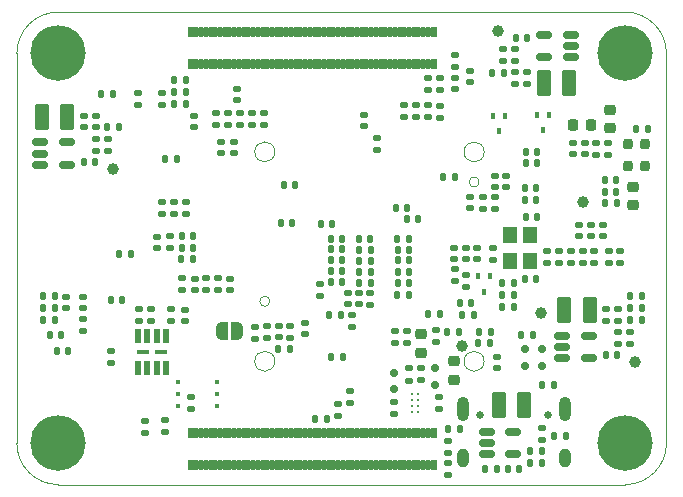
<source format=gbs>
G04 #@! TF.GenerationSoftware,KiCad,Pcbnew,9.0.2+dfsg-1*
G04 #@! TF.CreationDate,2025-08-15T17:40:47+02:00*
G04 #@! TF.ProjectId,ulx5m-gs,756c7835-6d2d-4677-932e-6b696361645f,rev?*
G04 #@! TF.SameCoordinates,Original*
G04 #@! TF.FileFunction,Soldermask,Bot*
G04 #@! TF.FilePolarity,Negative*
%FSLAX46Y46*%
G04 Gerber Fmt 4.6, Leading zero omitted, Abs format (unit mm)*
G04 Created by KiCad (PCBNEW 9.0.2+dfsg-1) date 2025-08-15 17:40:47*
%MOMM*%
%LPD*%
G01*
G04 APERTURE LIST*
G04 Aperture macros list*
%AMRoundRect*
0 Rectangle with rounded corners*
0 $1 Rounding radius*
0 $2 $3 $4 $5 $6 $7 $8 $9 X,Y pos of 4 corners*
0 Add a 4 corners polygon primitive as box body*
4,1,4,$2,$3,$4,$5,$6,$7,$8,$9,$2,$3,0*
0 Add four circle primitives for the rounded corners*
1,1,$1+$1,$2,$3*
1,1,$1+$1,$4,$5*
1,1,$1+$1,$6,$7*
1,1,$1+$1,$8,$9*
0 Add four rect primitives between the rounded corners*
20,1,$1+$1,$2,$3,$4,$5,0*
20,1,$1+$1,$4,$5,$6,$7,0*
20,1,$1+$1,$6,$7,$8,$9,0*
20,1,$1+$1,$8,$9,$2,$3,0*%
%AMFreePoly0*
4,1,23,0.500000,-0.750000,0.000000,-0.750000,0.000000,-0.745722,-0.065263,-0.745722,-0.191342,-0.711940,-0.304381,-0.646677,-0.396677,-0.554381,-0.461940,-0.441342,-0.495722,-0.315263,-0.495722,-0.250000,-0.500000,-0.250000,-0.500000,0.250000,-0.495722,0.250000,-0.495722,0.315263,-0.461940,0.441342,-0.396677,0.554381,-0.304381,0.646677,-0.191342,0.711940,-0.065263,0.745722,0.000000,0.745722,
0.000000,0.750000,0.500000,0.750000,0.500000,-0.750000,0.500000,-0.750000,$1*%
%AMFreePoly1*
4,1,23,0.000000,0.745722,0.065263,0.745722,0.191342,0.711940,0.304381,0.646677,0.396677,0.554381,0.461940,0.441342,0.495722,0.315263,0.495722,0.250000,0.500000,0.250000,0.500000,-0.250000,0.495722,-0.250000,0.495722,-0.315263,0.461940,-0.441342,0.396677,-0.554381,0.304381,-0.646677,0.191342,-0.711940,0.065263,-0.745722,0.000000,-0.745722,0.000000,-0.750000,-0.500000,-0.750000,
-0.500000,0.750000,0.000000,0.750000,0.000000,0.745722,0.000000,0.745722,$1*%
G04 Aperture macros list end*
%ADD10C,4.700000*%
%ADD11C,0.650000*%
%ADD12O,1.000000X1.600000*%
%ADD13O,1.000000X2.100000*%
%ADD14RoundRect,0.135000X0.135000X0.185000X-0.135000X0.185000X-0.135000X-0.185000X0.135000X-0.185000X0*%
%ADD15RoundRect,0.140000X-0.140000X-0.170000X0.140000X-0.170000X0.140000X0.170000X-0.140000X0.170000X0*%
%ADD16RoundRect,0.140000X0.140000X0.170000X-0.140000X0.170000X-0.140000X-0.170000X0.140000X-0.170000X0*%
%ADD17RoundRect,0.140000X-0.170000X0.140000X-0.170000X-0.140000X0.170000X-0.140000X0.170000X0.140000X0*%
%ADD18RoundRect,0.140000X0.170000X-0.140000X0.170000X0.140000X-0.170000X0.140000X-0.170000X-0.140000X0*%
%ADD19RoundRect,0.135000X0.185000X-0.135000X0.185000X0.135000X-0.185000X0.135000X-0.185000X-0.135000X0*%
%ADD20RoundRect,0.135000X-0.135000X-0.185000X0.135000X-0.185000X0.135000X0.185000X-0.135000X0.185000X0*%
%ADD21RoundRect,0.150000X0.200000X-0.150000X0.200000X0.150000X-0.200000X0.150000X-0.200000X-0.150000X0*%
%ADD22RoundRect,0.218750X-0.256250X0.218750X-0.256250X-0.218750X0.256250X-0.218750X0.256250X0.218750X0*%
%ADD23RoundRect,0.250000X-0.375000X-0.850000X0.375000X-0.850000X0.375000X0.850000X-0.375000X0.850000X0*%
%ADD24RoundRect,0.135000X-0.185000X0.135000X-0.185000X-0.135000X0.185000X-0.135000X0.185000X0.135000X0*%
%ADD25FreePoly0,0.000000*%
%ADD26FreePoly1,0.000000*%
%ADD27C,1.000000*%
%ADD28RoundRect,0.102000X0.115000X0.330000X-0.115000X0.330000X-0.115000X-0.330000X0.115000X-0.330000X0*%
%ADD29RoundRect,0.102000X0.175000X0.330000X-0.175000X0.330000X-0.175000X-0.330000X0.175000X-0.330000X0*%
%ADD30RoundRect,0.150000X-0.200000X0.150000X-0.200000X-0.150000X0.200000X-0.150000X0.200000X0.150000X0*%
%ADD31RoundRect,0.218750X0.256250X-0.218750X0.256250X0.218750X-0.256250X0.218750X-0.256250X-0.218750X0*%
%ADD32C,0.226000*%
%ADD33RoundRect,0.150000X-0.512500X-0.150000X0.512500X-0.150000X0.512500X0.150000X-0.512500X0.150000X0*%
%ADD34RoundRect,0.150000X0.512500X0.150000X-0.512500X0.150000X-0.512500X-0.150000X0.512500X-0.150000X0*%
%ADD35RoundRect,0.218750X-0.218750X-0.256250X0.218750X-0.256250X0.218750X0.256250X-0.218750X0.256250X0*%
%ADD36RoundRect,0.100000X0.100000X-0.155000X0.100000X0.155000X-0.100000X0.155000X-0.100000X-0.155000X0*%
%ADD37RoundRect,0.065500X0.196500X-0.556500X0.196500X0.556500X-0.196500X0.556500X-0.196500X-0.556500X0*%
%ADD38RoundRect,0.050500X0.451500X-0.151500X0.451500X0.151500X-0.451500X0.151500X-0.451500X-0.151500X0*%
%ADD39R,1.200000X1.400000*%
%ADD40RoundRect,0.250000X0.375000X0.850000X-0.375000X0.850000X-0.375000X-0.850000X0.375000X-0.850000X0*%
%ADD41RoundRect,0.200000X0.200000X0.250000X-0.200000X0.250000X-0.200000X-0.250000X0.200000X-0.250000X0*%
%ADD42C,0.450000*%
G04 #@! TA.AperFunction,Profile*
%ADD43C,0.100000*%
G04 #@! TD*
G04 APERTURE END LIST*
D10*
X62710000Y-93980000D03*
X110710000Y-60980000D03*
D11*
X98410000Y-91618750D03*
X104190000Y-91618750D03*
D12*
X96982000Y-95268750D03*
D13*
X96982000Y-91088750D03*
X105618000Y-91088750D03*
D12*
X105618000Y-95268750D03*
D10*
X110710000Y-93980000D03*
X62710000Y-60980000D03*
D14*
X100430000Y-62620000D03*
X99410000Y-62620000D03*
D15*
X84970000Y-75410000D03*
X85930000Y-75410000D03*
X88210000Y-77610000D03*
X89170000Y-77610000D03*
X91440000Y-77580000D03*
X92400000Y-77580000D03*
D16*
X96610000Y-84550000D03*
X95650000Y-84550000D03*
D17*
X96240000Y-77430000D03*
X96240000Y-78390000D03*
D18*
X110090000Y-83600000D03*
X110090000Y-82640000D03*
D19*
X110310000Y-78700000D03*
X110310000Y-77680000D03*
D20*
X111080000Y-83570000D03*
X112100000Y-83570000D03*
D18*
X73460000Y-83620000D03*
X73460000Y-82660000D03*
X99660000Y-74110000D03*
X99660000Y-73150000D03*
D21*
X94620000Y-87640000D03*
X94620000Y-89040000D03*
D17*
X94670000Y-84410000D03*
X94670000Y-85370000D03*
D20*
X85800000Y-86680000D03*
X86820000Y-86680000D03*
D22*
X109440000Y-65730000D03*
X109440000Y-67305000D03*
D15*
X88210000Y-79460000D03*
X89170000Y-79460000D03*
D17*
X89670000Y-68160000D03*
X89670000Y-69120000D03*
D19*
X95700000Y-96695000D03*
X95700000Y-95675000D03*
D15*
X67140000Y-81840000D03*
X68100000Y-81840000D03*
D19*
X73990000Y-91120000D03*
X73990000Y-90100000D03*
D18*
X95000000Y-64060000D03*
X95000000Y-63100000D03*
X77230000Y-81000000D03*
X77230000Y-80040000D03*
D16*
X92270000Y-74040000D03*
X91310000Y-74040000D03*
X103160000Y-80060000D03*
X102200000Y-80060000D03*
D17*
X107285000Y-68570000D03*
X107285000Y-69530000D03*
D19*
X103700000Y-93720000D03*
X103700000Y-92700000D03*
D20*
X100270000Y-80410000D03*
X101290000Y-80410000D03*
D16*
X109970000Y-71720000D03*
X109010000Y-71720000D03*
D23*
X105545000Y-82690000D03*
X107695000Y-82690000D03*
D15*
X102680000Y-94680000D03*
X103640000Y-94680000D03*
D24*
X79410000Y-84110000D03*
X79410000Y-85130000D03*
D20*
X100300000Y-82440000D03*
X101320000Y-82440000D03*
D25*
X76580000Y-84510000D03*
D26*
X77880000Y-84510000D03*
D16*
X97650000Y-82150000D03*
X96690000Y-82150000D03*
D17*
X106295000Y-68570000D03*
X106295000Y-69530000D03*
D18*
X77610000Y-69410000D03*
X77610000Y-68450000D03*
D17*
X80400000Y-84070000D03*
X80400000Y-85030000D03*
D15*
X91440000Y-80440000D03*
X92400000Y-80440000D03*
D19*
X80140000Y-67010000D03*
X80140000Y-65990000D03*
D18*
X97540000Y-74060000D03*
X97540000Y-73100000D03*
X96270000Y-80220000D03*
X96270000Y-79260000D03*
D27*
X107130000Y-73590000D03*
D18*
X88590000Y-67160000D03*
X88590000Y-66200000D03*
D15*
X91440000Y-79460000D03*
X92400000Y-79460000D03*
D18*
X65880000Y-67220000D03*
X65880000Y-66260000D03*
D24*
X72230000Y-82610000D03*
X72230000Y-83630000D03*
D18*
X106835000Y-76430000D03*
X106835000Y-75470000D03*
X74300000Y-81000000D03*
X74300000Y-80040000D03*
D17*
X92210000Y-84500000D03*
X92210000Y-85460000D03*
D20*
X104685000Y-93380000D03*
X105705000Y-93380000D03*
D16*
X102410000Y-59640000D03*
X101450000Y-59640000D03*
X109970000Y-72690000D03*
X109010000Y-72690000D03*
D19*
X69495001Y-65327000D03*
X69495001Y-64307000D03*
D14*
X112115000Y-81510000D03*
X111095000Y-81510000D03*
D19*
X65910000Y-69210000D03*
X65910000Y-68190000D03*
D17*
X101410000Y-62590000D03*
X101410000Y-63550000D03*
D28*
X94010000Y-93125000D03*
X94010000Y-95835000D03*
X93610000Y-93125000D03*
X93610000Y-95835000D03*
X93210000Y-93125000D03*
X93210000Y-95835000D03*
X92810000Y-93125000D03*
X92810000Y-95835000D03*
X92410000Y-93125000D03*
X92410000Y-95835000D03*
X92010000Y-93125000D03*
X92010000Y-95835000D03*
X91610000Y-93125000D03*
X91610000Y-95835000D03*
X91210000Y-93125000D03*
X91210000Y-95835000D03*
X90810000Y-93125000D03*
X90810000Y-95835000D03*
X90410000Y-93125000D03*
X90410000Y-95835000D03*
X90010000Y-93125000D03*
X90010000Y-95835000D03*
X89610000Y-93125000D03*
X89610000Y-95835000D03*
X89210000Y-93125000D03*
X89210000Y-95835000D03*
X88810000Y-93125000D03*
X88810000Y-95835000D03*
X88410000Y-93125000D03*
X88410000Y-95835000D03*
X88010000Y-93125000D03*
X88010000Y-95835000D03*
X87610000Y-93125000D03*
X87610000Y-95835000D03*
X87210000Y-93125000D03*
X87210000Y-95835000D03*
X86810000Y-93125000D03*
X86810000Y-95835000D03*
X86410000Y-93125000D03*
X86410000Y-95835000D03*
X86010000Y-93125000D03*
X86010000Y-95835000D03*
X85610000Y-93125000D03*
X85610000Y-95835000D03*
X85210000Y-93125000D03*
X85210000Y-95835000D03*
X84810000Y-93125000D03*
X84810000Y-95835000D03*
X84410000Y-93125000D03*
X84410000Y-95835000D03*
X84010000Y-93125000D03*
X84010000Y-95835000D03*
X83610000Y-93125000D03*
X83610000Y-95835000D03*
X83210000Y-93125000D03*
X83210000Y-95835000D03*
X82810000Y-93125000D03*
X82810000Y-95835000D03*
X82410000Y-93125000D03*
X82410000Y-95835000D03*
X82010000Y-93125000D03*
X82010000Y-95835000D03*
X81610000Y-93125000D03*
X81610000Y-95835000D03*
X81210000Y-93125000D03*
X81210000Y-95835000D03*
X80810000Y-93125000D03*
X80810000Y-95835000D03*
X80410000Y-93125000D03*
X80410000Y-95835000D03*
X80010000Y-93125000D03*
X80010000Y-95835000D03*
X79610000Y-93125000D03*
X79610000Y-95835000D03*
X79210000Y-93125000D03*
X79210000Y-95835000D03*
X78810000Y-93125000D03*
X78810000Y-95835000D03*
X78410000Y-93125000D03*
X78410000Y-95835000D03*
X78010000Y-93125000D03*
X78010000Y-95835000D03*
X77610000Y-93125000D03*
X77610000Y-95835000D03*
X77210000Y-93125000D03*
X77210000Y-95835000D03*
X76810000Y-93125000D03*
X76810000Y-95835000D03*
X76410000Y-93125000D03*
X76410000Y-95835000D03*
X76010000Y-93125000D03*
X76010000Y-95835000D03*
X75610000Y-93125000D03*
X75610000Y-95835000D03*
X75210000Y-93125000D03*
X75210000Y-95835000D03*
X74810000Y-93125000D03*
X74810000Y-95835000D03*
X74410000Y-93125000D03*
X74410000Y-95835000D03*
D29*
X94485000Y-93125000D03*
X94485000Y-95835000D03*
X73935000Y-93125000D03*
X73935000Y-95835000D03*
D24*
X94020000Y-65380000D03*
X94020000Y-66400000D03*
D15*
X88210000Y-78540000D03*
X89170000Y-78540000D03*
D17*
X70560000Y-82650000D03*
X70560000Y-83610000D03*
X109275000Y-68580000D03*
X109275000Y-69540000D03*
D14*
X62440000Y-82540000D03*
X61420000Y-82540000D03*
D24*
X66920000Y-68190000D03*
X66920000Y-69210000D03*
D30*
X103650000Y-87417500D03*
X103650000Y-86017500D03*
D24*
X111130000Y-84570000D03*
X111130000Y-85590000D03*
D18*
X67200000Y-87150000D03*
X67200000Y-86190000D03*
X100630000Y-72280000D03*
X100630000Y-71320000D03*
D17*
X77820000Y-64000000D03*
X77820000Y-64960000D03*
D31*
X93420000Y-86347500D03*
X93420000Y-84772500D03*
D18*
X88210000Y-82230000D03*
X88210000Y-81270000D03*
D20*
X85610000Y-83130000D03*
X86630000Y-83130000D03*
D14*
X103692500Y-95690000D03*
X102672500Y-95690000D03*
X62440000Y-81530000D03*
X61420000Y-81530000D03*
D17*
X96270000Y-61150000D03*
X96270000Y-62110000D03*
D18*
X83600000Y-84770000D03*
X83600000Y-83810000D03*
X76230000Y-80990000D03*
X76230000Y-80030000D03*
D31*
X111365000Y-73837500D03*
X111365000Y-72262500D03*
D18*
X89150000Y-82240000D03*
X89150000Y-81280000D03*
D23*
X100002500Y-90770000D03*
X102152500Y-90770000D03*
D16*
X86760000Y-80340000D03*
X85800000Y-80340000D03*
D24*
X92380000Y-87650000D03*
X92380000Y-88670000D03*
D19*
X91110000Y-91530000D03*
X91110000Y-90510000D03*
D23*
X61340000Y-66320000D03*
X63490000Y-66320000D03*
D14*
X82340000Y-86000000D03*
X81320000Y-86000000D03*
D15*
X88180000Y-76690000D03*
X89140000Y-76690000D03*
D31*
X96180000Y-88617500D03*
X96180000Y-87042500D03*
D18*
X108795000Y-76430000D03*
X108795000Y-75470000D03*
D32*
X93160000Y-89850000D03*
X92660000Y-89850000D03*
X93160000Y-90350000D03*
X92660000Y-90350000D03*
X93160000Y-90850000D03*
X92660000Y-90850000D03*
X93160000Y-91350000D03*
X92660000Y-91350000D03*
D16*
X112608750Y-67390000D03*
X111648750Y-67390000D03*
D33*
X98972500Y-94920000D03*
X98972500Y-93970000D03*
X98972500Y-93020000D03*
X101247500Y-93020000D03*
X101247500Y-94920000D03*
D30*
X102200000Y-87407500D03*
X102200000Y-86007500D03*
D14*
X62440000Y-83550000D03*
X61420000Y-83550000D03*
D18*
X94030000Y-64050000D03*
X94030000Y-63090000D03*
D27*
X99940000Y-59120000D03*
D16*
X101270000Y-81390000D03*
X100310000Y-81390000D03*
D24*
X106110000Y-77680000D03*
X106110000Y-78700000D03*
X87590000Y-83140000D03*
X87590000Y-84160000D03*
D34*
X106107500Y-59400000D03*
X106107500Y-60350000D03*
X106107500Y-61300000D03*
X103832500Y-61300000D03*
X103832500Y-59400000D03*
D17*
X91250000Y-84500000D03*
X91250000Y-85460000D03*
D19*
X109320000Y-78710000D03*
X109320000Y-77690000D03*
D20*
X72520000Y-64260000D03*
X73540000Y-64260000D03*
D18*
X109110000Y-83600000D03*
X109110000Y-82640000D03*
D16*
X86760000Y-77570000D03*
X85800000Y-77570000D03*
D19*
X93390000Y-88660000D03*
X93390000Y-87640000D03*
D15*
X91430000Y-76660000D03*
X92390000Y-76660000D03*
D16*
X86770000Y-76650000D03*
X85810000Y-76650000D03*
D18*
X96290000Y-64000000D03*
X96290000Y-63040000D03*
D24*
X92020000Y-65380000D03*
X92020000Y-66400000D03*
D15*
X102235000Y-73360000D03*
X103195000Y-73360000D03*
D33*
X105400000Y-86790000D03*
X105400000Y-85840000D03*
X105400000Y-84890000D03*
X107675000Y-84890000D03*
X107675000Y-86790000D03*
D19*
X70070000Y-93110000D03*
X70070000Y-92090000D03*
D24*
X69560000Y-82610000D03*
X69560000Y-83630000D03*
D16*
X99832500Y-96180000D03*
X98872500Y-96180000D03*
D14*
X95070000Y-83060000D03*
X94050000Y-83060000D03*
D35*
X106272500Y-67060000D03*
X107847500Y-67060000D03*
D15*
X102235000Y-72360000D03*
X103195000Y-72360000D03*
D14*
X99350000Y-84530000D03*
X98330000Y-84530000D03*
D27*
X96910000Y-85730000D03*
D14*
X112115000Y-82535000D03*
X111095000Y-82535000D03*
D15*
X91440000Y-78500000D03*
X92400000Y-78500000D03*
D16*
X82750000Y-72120000D03*
X81790000Y-72120000D03*
D18*
X64900000Y-67220000D03*
X64900000Y-66260000D03*
D24*
X71515001Y-64327000D03*
X71515001Y-65347000D03*
D36*
X103260000Y-66195000D03*
X104260000Y-66195000D03*
X103760000Y-67485000D03*
D18*
X72160000Y-77410000D03*
X72160000Y-76450000D03*
D24*
X101390000Y-60600000D03*
X101390000Y-61620000D03*
D36*
X99500000Y-66255000D03*
X100500000Y-66255000D03*
X100000000Y-67545000D03*
D19*
X98670000Y-74120000D03*
X98670000Y-73100000D03*
D24*
X107110000Y-77680000D03*
X107110000Y-78700000D03*
D37*
X71855000Y-87630000D03*
X71055000Y-87630000D03*
X70255000Y-87630000D03*
X69455000Y-87630000D03*
X69455000Y-84940000D03*
X70255000Y-84940000D03*
X71055000Y-84940000D03*
X71855000Y-84940000D03*
D38*
X71455000Y-86285000D03*
X69855000Y-86285000D03*
D15*
X102315000Y-69290000D03*
X103275000Y-69290000D03*
D16*
X86760000Y-78490000D03*
X85800000Y-78490000D03*
X96280000Y-71430000D03*
X95320000Y-71430000D03*
D17*
X64830000Y-83500000D03*
X64830000Y-84460000D03*
D20*
X101895000Y-84835000D03*
X102915000Y-84835000D03*
D19*
X75230000Y-81020000D03*
X75230000Y-80000000D03*
D16*
X68850000Y-77960000D03*
X67890000Y-77960000D03*
D15*
X62005000Y-84820000D03*
X62965000Y-84820000D03*
D16*
X63560000Y-86130000D03*
X62600000Y-86130000D03*
D15*
X102315000Y-70290000D03*
X103275000Y-70290000D03*
D18*
X74205000Y-67215000D03*
X74205000Y-66255000D03*
D24*
X99560000Y-77420000D03*
X99560000Y-78440000D03*
D19*
X87410000Y-90540000D03*
X87410000Y-89520000D03*
X86410000Y-91670000D03*
X86410000Y-90650000D03*
D18*
X63360000Y-82550000D03*
X63360000Y-81590000D03*
D15*
X92230000Y-75010000D03*
X93190000Y-75010000D03*
D14*
X97890000Y-83130000D03*
X96870000Y-83130000D03*
D19*
X78130000Y-67020000D03*
X78130000Y-66000000D03*
D17*
X99870000Y-86650000D03*
X99870000Y-87610000D03*
D19*
X94955000Y-91045000D03*
X94955000Y-90025000D03*
D15*
X102305000Y-74820000D03*
X103265000Y-74820000D03*
D24*
X105110000Y-77690000D03*
X105110000Y-78710000D03*
D14*
X67340000Y-64385000D03*
X66320000Y-64385000D03*
X96715000Y-92810000D03*
X95695000Y-92810000D03*
D18*
X97550000Y-63430000D03*
X97550000Y-62470000D03*
X64830000Y-82540000D03*
X64830000Y-81580000D03*
D19*
X100380000Y-61620000D03*
X100380000Y-60600000D03*
D39*
X102650000Y-76330000D03*
X102650000Y-78530000D03*
X100950000Y-78530000D03*
X100950000Y-76330000D03*
D24*
X95020000Y-65390000D03*
X95020000Y-66410000D03*
D14*
X99240000Y-85520000D03*
X98220000Y-85520000D03*
D20*
X72535000Y-63210000D03*
X73555000Y-63210000D03*
D19*
X110120000Y-85590000D03*
X110120000Y-84570000D03*
D28*
X94010000Y-59125000D03*
X94010000Y-61835000D03*
X93610000Y-59125000D03*
X93610000Y-61835000D03*
X93210000Y-59125000D03*
X93210000Y-61835000D03*
X92810000Y-59125000D03*
X92810000Y-61835000D03*
X92410000Y-59125000D03*
X92410000Y-61835000D03*
X92010000Y-59125000D03*
X92010000Y-61835000D03*
X91610000Y-59125000D03*
X91610000Y-61835000D03*
X91210000Y-59125000D03*
X91210000Y-61835000D03*
X90810000Y-59125000D03*
X90810000Y-61835000D03*
X90410000Y-59125000D03*
X90410000Y-61835000D03*
X90010000Y-59125000D03*
X90010000Y-61835000D03*
X89610000Y-59125000D03*
X89610000Y-61835000D03*
X89210000Y-59125000D03*
X89210000Y-61835000D03*
X88810000Y-59125000D03*
X88810000Y-61835000D03*
X88410000Y-59125000D03*
X88410000Y-61835000D03*
X88010000Y-59125000D03*
X88010000Y-61835000D03*
X87610000Y-59125000D03*
X87610000Y-61835000D03*
X87210000Y-59125000D03*
X87210000Y-61835000D03*
X86810000Y-59125000D03*
X86810000Y-61835000D03*
X86410000Y-59125000D03*
X86410000Y-61835000D03*
X86010000Y-59125000D03*
X86010000Y-61835000D03*
X85610000Y-59125000D03*
X85610000Y-61835000D03*
X85210000Y-59125000D03*
X85210000Y-61835000D03*
X84810000Y-59125000D03*
X84810000Y-61835000D03*
X84410000Y-59125000D03*
X84410000Y-61835000D03*
X84010000Y-59125000D03*
X84010000Y-61835000D03*
X83610000Y-59125000D03*
X83610000Y-61835000D03*
X83210000Y-59125000D03*
X83210000Y-61835000D03*
X82810000Y-59125000D03*
X82810000Y-61835000D03*
X82410000Y-59125000D03*
X82410000Y-61835000D03*
X82010000Y-59125000D03*
X82010000Y-61835000D03*
X81610000Y-59125000D03*
X81610000Y-61835000D03*
X81210000Y-59125000D03*
X81210000Y-61835000D03*
X80810000Y-59125000D03*
X80810000Y-61835000D03*
X80410000Y-59125000D03*
X80410000Y-61835000D03*
X80010000Y-59125000D03*
X80010000Y-61835000D03*
X79610000Y-59125000D03*
X79610000Y-61835000D03*
X79210000Y-59125000D03*
X79210000Y-61835000D03*
X78810000Y-59125000D03*
X78810000Y-61835000D03*
X78410000Y-59125000D03*
X78410000Y-61835000D03*
X78010000Y-59125000D03*
X78010000Y-61835000D03*
X77610000Y-59125000D03*
X77610000Y-61835000D03*
X77210000Y-59125000D03*
X77210000Y-61835000D03*
X76810000Y-59125000D03*
X76810000Y-61835000D03*
X76410000Y-59125000D03*
X76410000Y-61835000D03*
X76010000Y-59125000D03*
X76010000Y-61835000D03*
X75610000Y-59125000D03*
X75610000Y-61835000D03*
X75210000Y-59125000D03*
X75210000Y-61835000D03*
X74810000Y-59125000D03*
X74810000Y-61835000D03*
X74410000Y-59125000D03*
X74410000Y-61835000D03*
D29*
X94485000Y-59125000D03*
X94485000Y-61835000D03*
X73935000Y-59125000D03*
X73935000Y-61835000D03*
D40*
X105955000Y-63490000D03*
X103805000Y-63490000D03*
D18*
X99650000Y-72280000D03*
X99650000Y-71320000D03*
X87250000Y-82200000D03*
X87250000Y-81240000D03*
D24*
X76110000Y-66010000D03*
X76110000Y-67030000D03*
D17*
X97220000Y-77430000D03*
X97220000Y-78390000D03*
D36*
X98280000Y-79845000D03*
X99280000Y-79845000D03*
X98780000Y-81135000D03*
D19*
X79130000Y-67010000D03*
X79130000Y-65990000D03*
D20*
X66870000Y-67190000D03*
X67890000Y-67190000D03*
D15*
X88210000Y-80380000D03*
X89170000Y-80380000D03*
D30*
X91140000Y-89420000D03*
X91140000Y-88020000D03*
D27*
X103620000Y-82940000D03*
D24*
X71500000Y-73580000D03*
X71500000Y-74600000D03*
D15*
X109100000Y-86550000D03*
X110060000Y-86550000D03*
D17*
X102400000Y-62590000D03*
X102400000Y-63550000D03*
X98200000Y-77430000D03*
X98200000Y-78390000D03*
D19*
X73510000Y-74600000D03*
X73510000Y-73580000D03*
D16*
X86760000Y-79420000D03*
X85800000Y-79420000D03*
D41*
X112383750Y-68635000D03*
X112383750Y-70485000D03*
X110933750Y-70485000D03*
X110933750Y-68635000D03*
D18*
X76510000Y-69410000D03*
X76510000Y-68450000D03*
D16*
X109980000Y-73660000D03*
X109020000Y-73660000D03*
D18*
X71050000Y-77450000D03*
X71050000Y-76490000D03*
D17*
X108285000Y-68580000D03*
X108285000Y-69540000D03*
D19*
X108110000Y-78700000D03*
X108110000Y-77680000D03*
D24*
X71790000Y-92050000D03*
X71790000Y-93070000D03*
X104110000Y-77690000D03*
X104110000Y-78710000D03*
D18*
X73180000Y-80990000D03*
X73180000Y-80030000D03*
D17*
X82360000Y-84070000D03*
X82360000Y-85030000D03*
D19*
X95705000Y-94770000D03*
X95705000Y-93750000D03*
D24*
X93020000Y-65380000D03*
X93020000Y-66400000D03*
D33*
X61190000Y-70410000D03*
X61190000Y-69460000D03*
X61190000Y-68510000D03*
X63465000Y-68510000D03*
X63465000Y-70410000D03*
D27*
X67335000Y-70730000D03*
D16*
X82510000Y-75320000D03*
X81550000Y-75320000D03*
X92390000Y-81430000D03*
X91430000Y-81430000D03*
X74140000Y-76470000D03*
X73180000Y-76470000D03*
D18*
X107815000Y-76430000D03*
X107815000Y-75470000D03*
D14*
X104670000Y-89070000D03*
X103650000Y-89070000D03*
D17*
X84860000Y-80540000D03*
X84860000Y-81500000D03*
D16*
X74150000Y-77450000D03*
X73190000Y-77450000D03*
D14*
X73540000Y-65285000D03*
X72520000Y-65285000D03*
D16*
X74100000Y-78410000D03*
X73140000Y-78410000D03*
D20*
X84450000Y-91920000D03*
X85470000Y-91920000D03*
D15*
X64890000Y-70170000D03*
X65850000Y-70170000D03*
D27*
X111570000Y-87070000D03*
D24*
X97260000Y-79730000D03*
X97260000Y-80750000D03*
D19*
X72500000Y-74610000D03*
X72500000Y-73590000D03*
X77110000Y-67030000D03*
X77110000Y-66010000D03*
D16*
X101732500Y-96190000D03*
X100772500Y-96190000D03*
D17*
X81380000Y-84060000D03*
X81380000Y-85020000D03*
D14*
X72810000Y-69890000D03*
X71790000Y-69890000D03*
D42*
X72855000Y-88835000D03*
X76150000Y-88830000D03*
X76150000Y-90830000D03*
X72850000Y-90830000D03*
X76150000Y-89830000D03*
X72850000Y-89830000D03*
D43*
X62710000Y-57480000D02*
X110710000Y-57480000D01*
X98772500Y-87042500D02*
G75*
G02*
X97072500Y-87042500I-850000J0D01*
G01*
X97072500Y-87042500D02*
G75*
G02*
X98772500Y-87042500I850000J0D01*
G01*
X62710000Y-97480000D02*
X110710000Y-97480000D01*
X114210000Y-93980000D02*
G75*
G02*
X110710000Y-97480000I-3500000J0D01*
G01*
X110710000Y-57480000D02*
G75*
G02*
X114210000Y-60980000I0J-3500000D01*
G01*
X114210000Y-93980000D02*
X114210000Y-60980000D01*
X81047500Y-69317500D02*
G75*
G02*
X79347500Y-69317500I-850000J0D01*
G01*
X79347500Y-69317500D02*
G75*
G02*
X81047500Y-69317500I850000J0D01*
G01*
X59210000Y-60980000D02*
G75*
G02*
X62710000Y-57480000I3500000J0D01*
G01*
X80622500Y-81962500D02*
G75*
G02*
X79772500Y-81962500I-425000J0D01*
G01*
X79772500Y-81962500D02*
G75*
G02*
X80622500Y-81962500I425000J0D01*
G01*
X98347500Y-71857500D02*
G75*
G02*
X97497500Y-71857500I-425000J0D01*
G01*
X97497500Y-71857500D02*
G75*
G02*
X98347500Y-71857500I425000J0D01*
G01*
X62710000Y-97480000D02*
G75*
G02*
X59210000Y-93980000I0J3500000D01*
G01*
X81047500Y-87042500D02*
G75*
G02*
X79347500Y-87042500I-850000J0D01*
G01*
X79347500Y-87042500D02*
G75*
G02*
X81047500Y-87042500I850000J0D01*
G01*
X98772500Y-69317500D02*
G75*
G02*
X97072500Y-69317500I-850000J0D01*
G01*
X97072500Y-69317500D02*
G75*
G02*
X98772500Y-69317500I850000J0D01*
G01*
X59210000Y-60980000D02*
X59210000Y-93980000D01*
M02*

</source>
